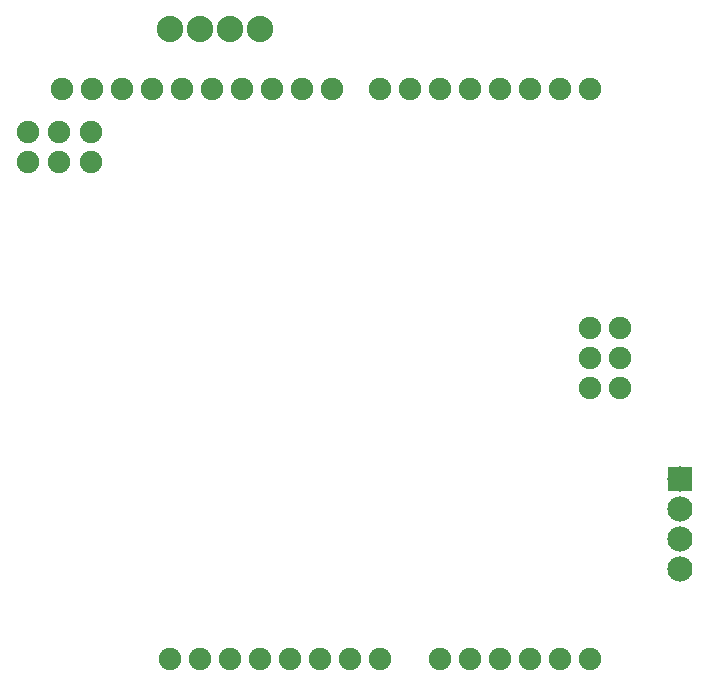
<source format=gts>
G04 MADE WITH FRITZING*
G04 WWW.FRITZING.ORG*
G04 DOUBLE SIDED*
G04 HOLES PLATED*
G04 CONTOUR ON CENTER OF CONTOUR VECTOR*
%ASAXBY*%
%FSLAX23Y23*%
%MOIN*%
%OFA0B0*%
%SFA1.0B1.0*%
%ADD10C,0.088000*%
%ADD11C,0.084000*%
%ADD12C,0.075278*%
%ADD13R,0.084000X0.084000*%
%LNMASK1*%
G90*
G70*
G54D10*
X1141Y2639D03*
X1241Y2639D03*
G54D11*
X2841Y1139D03*
X2841Y1039D03*
X2841Y939D03*
X2841Y839D03*
G54D12*
X2141Y539D03*
X2241Y539D03*
X2341Y539D03*
X2441Y539D03*
X2541Y539D03*
X1681Y2439D03*
X1581Y2439D03*
X1481Y2439D03*
X1381Y2439D03*
X1281Y2439D03*
X1181Y2439D03*
X1081Y2439D03*
X981Y2439D03*
X881Y2439D03*
X781Y2439D03*
X2541Y2439D03*
X2441Y2439D03*
X2341Y2439D03*
X2241Y2439D03*
X2141Y2439D03*
X2041Y2439D03*
X1941Y2439D03*
X1841Y2439D03*
X1241Y539D03*
X1141Y539D03*
X1341Y539D03*
X1441Y539D03*
X1541Y539D03*
X1641Y539D03*
X1741Y539D03*
X1841Y539D03*
X2041Y539D03*
X2639Y1642D03*
X2539Y1642D03*
X2639Y1542D03*
X2539Y1542D03*
X2639Y1443D03*
X2539Y1443D03*
X771Y2296D03*
X771Y2197D03*
X875Y2296D03*
X875Y2197D03*
X667Y2296D03*
X667Y2197D03*
G54D10*
X1341Y2639D03*
X1441Y2639D03*
G54D13*
X2841Y1139D03*
G04 End of Mask1*
M02*
</source>
